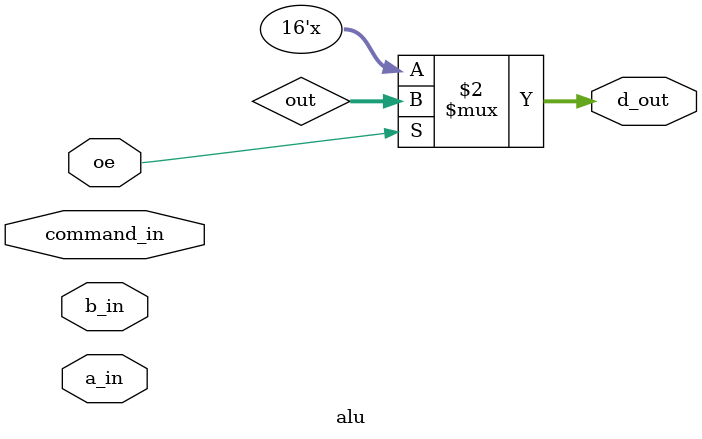
<source format=v>
/********************************************************************************************
Copyright 2019 - Maven Silicon Softech Pvt Ltd. 

All Rights Reserved.

This source code is an unpublished work belongs to Maven Silicon Softech Pvt Ltd.

It is not to be shared with or used by any third parties who have not enrolled for our paid training 

courses or received any written authorization from Maven Silicon.


Webpage     :      www.maven-silicon.com

Filename    :	   alu.v   

Description :      Arithmetic Logic Unit Design

Author Name :      Susmita

Version     :      1.0
*********************************************************************************************/

module alu(input [7:0]a_in,b_in,
           input [3:0]command_in,
	   input oe,
	   output [15:0]d_out);

   parameter 	 ADD  = 4'b0000, // Add two 8 bit numbers a and b.
		 INC  = 4'b0001, // Increment a by 1. 
		 SUB  = 4'b0010, // Subtracts b from a.
		 DEC  = 4'b0011, // Decrement a by 1.
		 MUL  = 4'b0100, // Multiply 4 bit numbers a and b.
		 DIV  = 4'b0101, // Divide a by b.
		 SHL  = 4'b0110, // Shift a to left side by 1 bit.
		 SHR  = 4'b0111, // Shift a to right by 1 bit.
		 AND  = 4'b1000, // Logical AND operation
	         OR   = 4'b1001, // Logical OR operation
		 INV  = 4'b1010, // Logical Negation
		 NAND = 4'b1011, // Bitwise NAND
		 NOR  = 4'b1100, // Bitwise NOR
		 XOR  = 4'b1101, // Bitwise XOR
		 XNOR = 4'b1110, // Bitwise XNOR
		 BUF  = 4'b1111; // BUF

   //Internal variable used during ALU operation
   reg  [15:0]out;


   /*Step1 : Write down the functionality of ALU based on the commands given above.
	        *Use arithmetic and logical operators* */
   always@(command_in)
      begin
	 case(command_in)
            //--------- write the functionality here -------  

	 endcase
      end

   //Understand the tri-state logic for actual output
   assign d_out = (oe) ? out : 16'hzzzz;
		
endmodule

</source>
